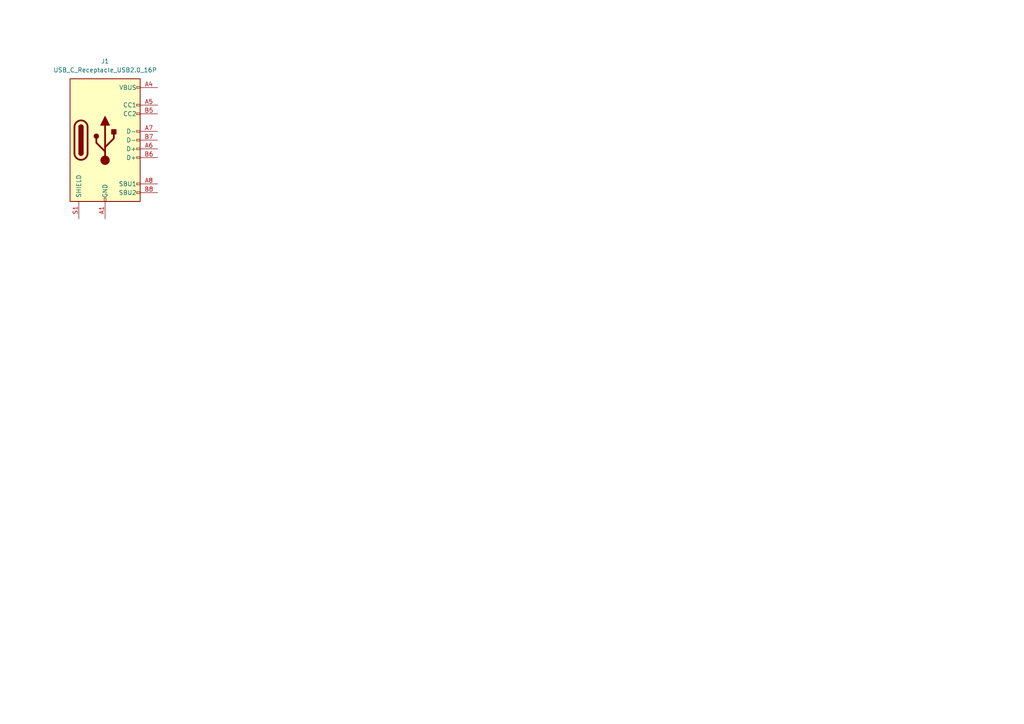
<source format=kicad_sch>
(kicad_sch (version 20231120) (generator "eeschema") (generator_version "8.0")
  (paper "A4")
  (lib_symbols
    (symbol "Connector:USB_C_Receptacle_USB2.0_16P" (pin_names (offset 1.016))
      (property "Reference" "J" (at 0 22.225 0))
      (property "Value" "USB_C_Receptacle_USB2.0_16P" (at 0 19.685 0))
      (symbol "USB_C_Receptacle_USB2.0_16P_0_0"
        (rectangle (start -0.254 -17.78) (end 0.254 -16.764))
        (rectangle (start 10.16 -14.986) (end 9.144 -15.494))
        (rectangle (start 10.16 -12.446) (end 9.144 -12.954))
        (rectangle (start 10.16 -4.826) (end 9.144 -5.334))
        (rectangle (start 10.16 -2.286) (end 9.144 -2.794))
        (rectangle (start 10.16 0.254) (end 9.144 -0.254))
        (rectangle (start 10.16 2.794) (end 9.144 2.286))
        (rectangle (start 10.16 7.874) (end 9.144 7.366))
        (rectangle (start 10.16 10.414) (end 9.144 9.906))
        (rectangle (start 10.16 15.494) (end 9.144 14.986))
      )
      (symbol "USB_C_Receptacle_USB2.0_16P_0_1"
        (rectangle (start -10.16 17.78) (end 10.16 -17.78) (stroke (width 0.254)) (fill (type background)))
        (arc (start -8.89 -3.81) (mid -6.985 -5.7067) (end -5.08 -3.81) (stroke (width 0.508)))
        (arc (start -7.62 -3.81) (mid -6.985 -4.4423) (end -6.35 -3.81) (stroke (width 0.254)))
        (arc (start -7.62 -3.81) (mid -6.985 -4.4423) (end -6.35 -3.81) (stroke (width 0.254)) (fill (type outline)))
        (rectangle (start -7.62 -3.81) (end -6.35 3.81) (stroke (width 0.254)) (fill (type outline)))
        (arc (start -6.35 3.81) (mid -6.985 4.4423) (end -7.62 3.81) (stroke (width 0.254)))
        (arc (start -6.35 3.81) (mid -6.985 4.4423) (end -7.62 3.81) (stroke (width 0.254)) (fill (type outline)))
        (arc (start -5.08 3.81) (mid -6.985 5.7067) (end -8.89 3.81) (stroke (width 0.508)))
        (circle (center -2.54 1.143) (radius 0.635) (stroke (width 0.254)) (fill (type outline)))
        (circle (center 0 -5.842) (radius 1.27) (fill (type outline)))
        (polyline (pts (xy -8.89 -3.81) (xy -8.89 3.81)) (stroke (width 0.508)))
        (polyline (pts (xy -5.08 3.81) (xy -5.08 -3.81)) (stroke (width 0.508)))
        (polyline (pts (xy 0 -5.842) (xy 0 4.318)) (stroke (width 0.508)))
        (polyline (pts (xy 0 -3.302) (xy -2.54 -0.762) (xy -2.54 0.508)) (stroke (width 0.508)))
        (polyline (pts (xy 0 -2.032) (xy 2.54 0.508) (xy 2.54 1.778)) (stroke (width 0.508)))
        (polyline (pts (xy -1.27 4.318) (xy 0 6.858) (xy 1.27 4.318) (xy -1.27 4.318)) (stroke (width 0.254)) (fill (type outline)))
        (rectangle (start 1.905 1.778) (end 3.175 3.048) (stroke (width 0.254)) (fill (type outline)))
      )
      (symbol "USB_C_Receptacle_USB2.0_16P_1_1"
        (pin passive line (at 0 -22.86 90) (length 5.08) (name "GND") (number "A1"))
        (pin passive line (at 0 -22.86 90) (length 5.08) hide (name "GND") (number "A12"))
        (pin passive line (at 15.24 15.24 180) (length 5.08) (name "VBUS") (number "A4"))
        (pin bidirectional line (at 15.24 10.16 180) (length 5.08) (name "CC1") (number "A5"))
        (pin bidirectional line (at 15.24 -2.54 180) (length 5.08) (name "D+") (number "A6"))
        (pin bidirectional line (at 15.24 2.54 180) (length 5.08) (name "D-") (number "A7"))
        (pin bidirectional line (at 15.24 -12.7 180) (length 5.08) (name "SBU1") (number "A8"))
        (pin passive line (at 15.24 15.24 180) (length 5.08) hide (name "VBUS") (number "A9"))
        (pin passive line (at 0 -22.86 90) (length 5.08) hide (name "GND") (number "B1"))
        (pin passive line (at 0 -22.86 90) (length 5.08) hide (name "GND") (number "B12"))
        (pin passive line (at 15.24 15.24 180) (length 5.08) hide (name "VBUS") (number "B4"))
        (pin bidirectional line (at 15.24 7.62 180) (length 5.08) (name "CC2") (number "B5"))
        (pin bidirectional line (at 15.24 -5.08 180) (length 5.08) (name "D+") (number "B6"))
        (pin bidirectional line (at 15.24 0 180) (length 5.08) (name "D-") (number "B7"))
        (pin bidirectional line (at 15.24 -15.24 180) (length 5.08) (name "SBU2") (number "B8"))
        (pin passive line (at 15.24 15.24 180) (length 5.08) hide (name "VBUS") (number "B9"))
        (pin passive line (at -7.62 -22.86 90) (length 5.08) (name "SHIELD") (number "S1"))
      )
    )
  )
  (symbol (lib_id "Connector:USB_C_Receptacle_USB2.0_16P") (at 30.48 40.64 0) (unit 1)
    (property "Reference" "J1" (at 30.48 17.78 0))
    (property "Value" "USB_C_Receptacle_USB2.0_16P" (at 30.48 20.32 0))
    (property "Footprint" "Connector_USB:USB_C_Receptacle_XKB_U262-16XN-4BVC11" (effects (hide yes)))
    (property "Datasheet" "https://www.usb.org/sites/default/files/documents/usb_type-c.zip" (effects (hide yes)))
    (property "Description" "USB 2.0-only 16P Type-C Receptacle connector" (effects (hide yes)))
  )
)
</source>
